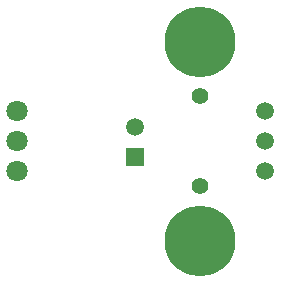
<source format=gbr>
%TF.GenerationSoftware,Altium Limited,Altium Designer,21.8.1 (53)*%
G04 Layer_Color=255*
%FSLAX43Y43*%
%MOMM*%
%TF.SameCoordinates,0F9CA4FB-8759-410D-9958-79F17413BB1C*%
%TF.FilePolarity,Positive*%
%TF.FileFunction,Pads,Bot*%
%TF.Part,Single*%
G01*
G75*
%TA.AperFunction,ComponentPad*%
%ADD14C,1.800*%
%ADD15C,1.500*%
%ADD16R,1.500X1.500*%
%TA.AperFunction,ViaPad*%
%ADD17C,6.000*%
%TA.AperFunction,ComponentPad*%
%ADD18C,1.400*%
D14*
X3000Y15460D02*
D03*
Y12920D02*
D03*
Y10380D02*
D03*
D15*
X13000Y14165D02*
D03*
X24000Y12920D02*
D03*
Y10380D02*
D03*
Y15460D02*
D03*
D16*
X13000Y11625D02*
D03*
D17*
X18500Y21340D02*
D03*
Y4500D02*
D03*
D18*
Y16730D02*
D03*
Y9110D02*
D03*
%TF.MD5,21b9d223190cdcda52530d91e2944a3f*%
M02*

</source>
